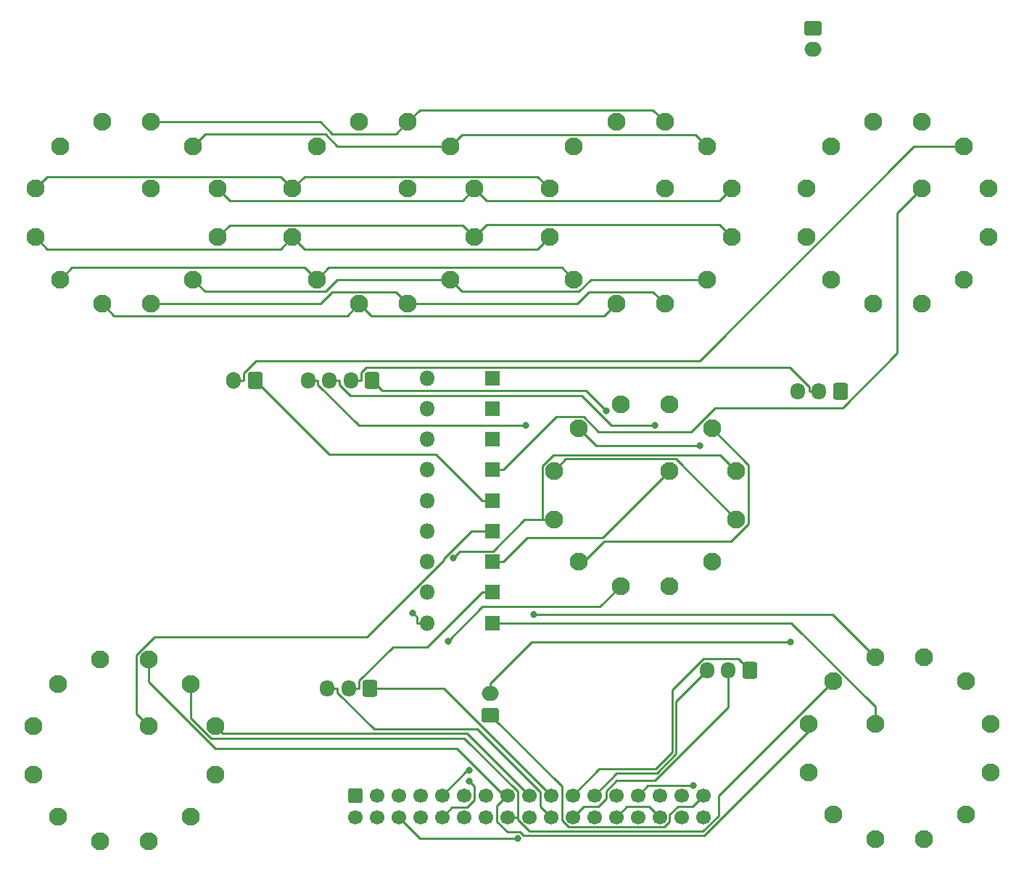
<source format=gbr>
%TF.GenerationSoftware,KiCad,Pcbnew,8.0.2-1*%
%TF.CreationDate,2024-08-11T12:55:08+10:00*%
%TF.ProjectId,VHF-AM-ROTARIES,5648462d-414d-42d5-924f-544152494553,rev?*%
%TF.SameCoordinates,Original*%
%TF.FileFunction,Copper,L1,Top*%
%TF.FilePolarity,Positive*%
%FSLAX46Y46*%
G04 Gerber Fmt 4.6, Leading zero omitted, Abs format (unit mm)*
G04 Created by KiCad (PCBNEW 8.0.2-1) date 2024-08-11 12:55:08*
%MOMM*%
%LPD*%
G01*
G04 APERTURE LIST*
G04 Aperture macros list*
%AMRoundRect*
0 Rectangle with rounded corners*
0 $1 Rounding radius*
0 $2 $3 $4 $5 $6 $7 $8 $9 X,Y pos of 4 corners*
0 Add a 4 corners polygon primitive as box body*
4,1,4,$2,$3,$4,$5,$6,$7,$8,$9,$2,$3,0*
0 Add four circle primitives for the rounded corners*
1,1,$1+$1,$2,$3*
1,1,$1+$1,$4,$5*
1,1,$1+$1,$6,$7*
1,1,$1+$1,$8,$9*
0 Add four rect primitives between the rounded corners*
20,1,$1+$1,$2,$3,$4,$5,0*
20,1,$1+$1,$4,$5,$6,$7,0*
20,1,$1+$1,$6,$7,$8,$9,0*
20,1,$1+$1,$8,$9,$2,$3,0*%
G04 Aperture macros list end*
%TA.AperFunction,ComponentPad*%
%ADD10RoundRect,0.250000X0.600000X0.725000X-0.600000X0.725000X-0.600000X-0.725000X0.600000X-0.725000X0*%
%TD*%
%TA.AperFunction,ComponentPad*%
%ADD11O,1.700000X1.950000*%
%TD*%
%TA.AperFunction,ComponentPad*%
%ADD12C,2.100000*%
%TD*%
%TA.AperFunction,ComponentPad*%
%ADD13R,1.800000X1.800000*%
%TD*%
%TA.AperFunction,ComponentPad*%
%ADD14O,1.800000X1.800000*%
%TD*%
%TA.AperFunction,ComponentPad*%
%ADD15RoundRect,0.250000X-0.750000X0.600000X-0.750000X-0.600000X0.750000X-0.600000X0.750000X0.600000X0*%
%TD*%
%TA.AperFunction,ComponentPad*%
%ADD16O,2.000000X1.700000*%
%TD*%
%TA.AperFunction,ComponentPad*%
%ADD17RoundRect,0.250000X0.750000X-0.600000X0.750000X0.600000X-0.750000X0.600000X-0.750000X-0.600000X0*%
%TD*%
%TA.AperFunction,ComponentPad*%
%ADD18RoundRect,0.250000X-0.600000X0.600000X-0.600000X-0.600000X0.600000X-0.600000X0.600000X0.600000X0*%
%TD*%
%TA.AperFunction,ComponentPad*%
%ADD19C,1.700000*%
%TD*%
%TA.AperFunction,ComponentPad*%
%ADD20RoundRect,0.250000X0.600000X0.750000X-0.600000X0.750000X-0.600000X-0.750000X0.600000X-0.750000X0*%
%TD*%
%TA.AperFunction,ComponentPad*%
%ADD21O,1.700000X2.000000*%
%TD*%
%TA.AperFunction,ViaPad*%
%ADD22C,0.800000*%
%TD*%
%TA.AperFunction,Conductor*%
%ADD23C,0.250000*%
%TD*%
G04 APERTURE END LIST*
D10*
%TO.P,SW7,1,A*%
%TO.N,ROW14*%
X111550000Y-116900000D03*
D11*
%TO.P,SW7,2,B*%
%TO.N,Net-(D4-K)*%
X109050000Y-116900000D03*
%TO.P,SW7,3,C*%
%TO.N,ROW15*%
X106550000Y-116900000D03*
%TD*%
D12*
%TO.P,J2,1,1*%
%TO.N,ROW10*%
X162725000Y-121031000D03*
%TO.P,J2,2,2*%
%TO.N,ROW11*%
X165572000Y-116100000D03*
%TO.P,J2,3,3*%
%TO.N,ROW12*%
X170503000Y-113253000D03*
%TO.P,J2,4,4*%
%TO.N,unconnected-(J2-Pad4)*%
X176197000Y-113253000D03*
%TO.P,J2,5,5*%
%TO.N,unconnected-(J2-Pad5)*%
X181128000Y-116100000D03*
%TO.P,J2,6,6*%
%TO.N,unconnected-(J2-Pad6)*%
X183975000Y-121031000D03*
%TO.P,J2,7,7*%
%TO.N,unconnected-(J2-Pad7)*%
X183975000Y-126725000D03*
%TO.P,J2,8,8*%
%TO.N,unconnected-(J2-Pad8)*%
X181128000Y-131656000D03*
%TO.P,J2,9,9*%
%TO.N,unconnected-(J2-Pad9)*%
X176197000Y-134503000D03*
%TO.P,J2,10,10*%
%TO.N,unconnected-(J2-Pad10)*%
X170503000Y-134503000D03*
%TO.P,J2,11,11*%
%TO.N,unconnected-(J2-Pad11)*%
X165572000Y-131656000D03*
%TO.P,J2,12,12*%
%TO.N,unconnected-(J2-Pad12)*%
X162725000Y-126725000D03*
%TO.P,J2,A1,A1*%
%TO.N,Net-(D2-K)*%
X170522000Y-121050000D03*
%TD*%
%TO.P,SW2,1,1*%
%TO.N,ROW0*%
X145947000Y-50722000D03*
%TO.P,SW2,2,2*%
%TO.N,ROW1*%
X150878000Y-53569000D03*
%TO.P,SW2,3,3*%
%TO.N,ROW2*%
X153725000Y-58500000D03*
%TO.P,SW2,4,4*%
%TO.N,ROW3*%
X153725000Y-64194000D03*
%TO.P,SW2,5,5*%
%TO.N,ROW4*%
X150878000Y-69125000D03*
%TO.P,SW2,6,6*%
%TO.N,ROW5*%
X145947000Y-71972000D03*
%TO.P,SW2,7,7*%
%TO.N,ROW6*%
X140253000Y-71972000D03*
%TO.P,SW2,8,8*%
%TO.N,ROW7*%
X135322000Y-69125000D03*
%TO.P,SW2,9,9*%
%TO.N,ROW8*%
X132475000Y-64194000D03*
%TO.P,SW2,10,10*%
%TO.N,ROW9*%
X132475000Y-58500000D03*
%TO.P,SW2,11,11*%
%TO.N,unconnected-(SW2-Pad11)*%
X135322000Y-53569000D03*
%TO.P,SW2,12,12*%
%TO.N,unconnected-(SW2-Pad12)*%
X140253000Y-50722000D03*
%TO.P,SW2,A1,A1*%
%TO.N,Net-(D7-K)*%
X145928000Y-58519000D03*
%TD*%
%TO.P,J9,1,1*%
%TO.N,ROW10*%
X85697000Y-113522000D03*
%TO.P,J9,2,2*%
%TO.N,ROW11*%
X90628000Y-116369000D03*
%TO.P,J9,3,3*%
%TO.N,ROW12*%
X93475000Y-121300000D03*
%TO.P,J9,4,4*%
%TO.N,ROW13*%
X93475000Y-126994000D03*
%TO.P,J9,5,5*%
%TO.N,unconnected-(J9-Pad5)*%
X90628000Y-131925000D03*
%TO.P,J9,6,6*%
%TO.N,unconnected-(J9-Pad6)*%
X85697000Y-134772000D03*
%TO.P,J9,7,7*%
%TO.N,unconnected-(J9-Pad7)*%
X80003000Y-134772000D03*
%TO.P,J9,8,8*%
%TO.N,unconnected-(J9-Pad8)*%
X75072000Y-131925000D03*
%TO.P,J9,9,9*%
%TO.N,unconnected-(J9-Pad9)*%
X72225000Y-126994000D03*
%TO.P,J9,10,10*%
%TO.N,unconnected-(J9-Pad10)*%
X72225000Y-121300000D03*
%TO.P,J9,11,11*%
%TO.N,unconnected-(J9-Pad11)*%
X75072000Y-116369000D03*
%TO.P,J9,12,12*%
%TO.N,unconnected-(J9-Pad12)*%
X80003000Y-113522000D03*
%TO.P,J9,A1,A1*%
%TO.N,Net-(D1-K)*%
X85678000Y-121319000D03*
%TD*%
%TO.P,SW5,1,1*%
%TO.N,ROW0*%
X85947000Y-50722000D03*
%TO.P,SW5,2,2*%
%TO.N,ROW1*%
X90878000Y-53569000D03*
%TO.P,SW5,3,3*%
%TO.N,ROW2*%
X93725000Y-58500000D03*
%TO.P,SW5,4,4*%
%TO.N,ROW3*%
X93725000Y-64194000D03*
%TO.P,SW5,5,5*%
%TO.N,ROW4*%
X90878000Y-69125000D03*
%TO.P,SW5,6,6*%
%TO.N,ROW5*%
X85947000Y-71972000D03*
%TO.P,SW5,7,7*%
%TO.N,ROW6*%
X80253000Y-71972000D03*
%TO.P,SW5,8,8*%
%TO.N,ROW7*%
X75322000Y-69125000D03*
%TO.P,SW5,9,9*%
%TO.N,ROW8*%
X72475000Y-64194000D03*
%TO.P,SW5,10,10*%
%TO.N,ROW9*%
X72475000Y-58500000D03*
%TO.P,SW5,11,11*%
%TO.N,ROW10*%
X75322000Y-53569000D03*
%TO.P,SW5,12,12*%
%TO.N,ROW11*%
X80253000Y-50722000D03*
%TO.P,SW5,A1,A1*%
%TO.N,Net-(D5-K)*%
X85928000Y-58519000D03*
%TD*%
%TO.P,SW3,1,1*%
%TO.N,ROW12*%
X175947000Y-50722000D03*
%TO.P,SW3,2,2*%
%TO.N,ROW13*%
X180878000Y-53569000D03*
%TO.P,SW3,3,3*%
%TO.N,ROW14*%
X183725000Y-58500000D03*
%TO.P,SW3,4,4*%
%TO.N,ROW15*%
X183725000Y-64194000D03*
%TO.P,SW3,5,5*%
%TO.N,unconnected-(SW3-Pad5)*%
X180878000Y-69125000D03*
%TO.P,SW3,6,6*%
%TO.N,unconnected-(SW3-Pad6)*%
X175947000Y-71972000D03*
%TO.P,SW3,7,7*%
%TO.N,unconnected-(SW3-Pad7)*%
X170253000Y-71972000D03*
%TO.P,SW3,8,8*%
%TO.N,unconnected-(SW3-Pad8)*%
X165322000Y-69125000D03*
%TO.P,SW3,9,9*%
%TO.N,unconnected-(SW3-Pad9)*%
X162475000Y-64194000D03*
%TO.P,SW3,10,10*%
%TO.N,unconnected-(SW3-Pad10)*%
X162475000Y-58500000D03*
%TO.P,SW3,11,11*%
%TO.N,unconnected-(SW3-Pad11)*%
X165322000Y-53569000D03*
%TO.P,SW3,12,12*%
%TO.N,unconnected-(SW3-Pad12)*%
X170253000Y-50722000D03*
%TO.P,SW3,A1,A1*%
%TO.N,Net-(D8-K)*%
X175928000Y-58519000D03*
%TD*%
%TO.P,SW1,1,1*%
%TO.N,ROW0*%
X115947000Y-50722000D03*
%TO.P,SW1,2,2*%
%TO.N,ROW1*%
X120878000Y-53569000D03*
%TO.P,SW1,3,3*%
%TO.N,ROW2*%
X123725000Y-58500000D03*
%TO.P,SW1,4,4*%
%TO.N,ROW3*%
X123725000Y-64194000D03*
%TO.P,SW1,5,5*%
%TO.N,ROW4*%
X120878000Y-69125000D03*
%TO.P,SW1,6,6*%
%TO.N,ROW5*%
X115947000Y-71972000D03*
%TO.P,SW1,7,7*%
%TO.N,ROW6*%
X110253000Y-71972000D03*
%TO.P,SW1,8,8*%
%TO.N,ROW7*%
X105322000Y-69125000D03*
%TO.P,SW1,9,9*%
%TO.N,ROW8*%
X102475000Y-64194000D03*
%TO.P,SW1,10,10*%
%TO.N,ROW9*%
X102475000Y-58500000D03*
%TO.P,SW1,11,11*%
%TO.N,unconnected-(SW1-Pad11)*%
X105322000Y-53569000D03*
%TO.P,SW1,12,12*%
%TO.N,unconnected-(SW1-Pad12)*%
X110253000Y-50722000D03*
%TO.P,SW1,A1,A1*%
%TO.N,Net-(D6-K)*%
X115928000Y-58519000D03*
%TD*%
%TO.P,SW4,1,1*%
%TO.N,ROW0*%
X146500000Y-83697000D03*
%TO.P,SW4,2,2*%
%TO.N,ROW1*%
X151431000Y-86544000D03*
%TO.P,SW4,3,3*%
%TO.N,ROW2*%
X154278000Y-91475000D03*
%TO.P,SW4,4,4*%
%TO.N,ROW3*%
X154278000Y-97169000D03*
%TO.P,SW4,5,5*%
%TO.N,ROW4*%
X151431000Y-102100000D03*
%TO.P,SW4,6,6*%
%TO.N,ROW5*%
X146500000Y-104947000D03*
%TO.P,SW4,7,7*%
%TO.N,ROW0*%
X140806000Y-104947000D03*
%TO.P,SW4,8,8*%
%TO.N,ROW1*%
X135875000Y-102100000D03*
%TO.P,SW4,9,9*%
%TO.N,ROW2*%
X133028000Y-97169000D03*
%TO.P,SW4,10,10*%
%TO.N,ROW3*%
X133028000Y-91475000D03*
%TO.P,SW4,11,11*%
%TO.N,ROW4*%
X135875000Y-86544000D03*
%TO.P,SW4,12,12*%
%TO.N,ROW5*%
X140806000Y-83697000D03*
%TO.P,SW4,A1,A1*%
%TO.N,Net-(D9-K)*%
X146481000Y-91494000D03*
%TD*%
D13*
%TO.P,D6,1,K*%
%TO.N,Net-(D6-K)*%
X125820000Y-80650000D03*
D14*
%TO.P,D6,2,A*%
%TO.N,COL1*%
X118200000Y-80650000D03*
%TD*%
D15*
%TO.P,J5,1,Pin_1*%
%TO.N,+12V*%
X163200000Y-39760000D03*
D16*
%TO.P,J5,2,Pin_2*%
%TO.N,BACKLIGHT_-V*%
X163200000Y-42260000D03*
%TD*%
D10*
%TO.P,RV1,1,1*%
%TO.N,ANALOG_5V*%
X155875000Y-114800000D03*
D11*
%TO.P,RV1,2,2*%
%TO.N,VHF_AM_VOL*%
X153375000Y-114800000D03*
%TO.P,RV1,3,3*%
%TO.N,ANALOG_GND*%
X150875000Y-114800000D03*
%TD*%
D13*
%TO.P,D4,1,K*%
%TO.N,Net-(D4-K)*%
X125820000Y-105675000D03*
D14*
%TO.P,D4,2,A*%
%TO.N,COL1*%
X118200000Y-105675000D03*
%TD*%
D13*
%TO.P,D7,1,K*%
%TO.N,Net-(D7-K)*%
X125820000Y-87800000D03*
D14*
%TO.P,D7,2,A*%
%TO.N,COL2*%
X118200000Y-87800000D03*
%TD*%
D13*
%TO.P,D9,1,K*%
%TO.N,Net-(D9-K)*%
X125820000Y-102100000D03*
D14*
%TO.P,D9,2,A*%
%TO.N,COL3*%
X118200000Y-102100000D03*
%TD*%
D10*
%TO.P,SW8,1,1*%
%TO.N,VHF_AM_PRESET_A*%
X166455000Y-82200000D03*
D11*
%TO.P,SW8,2,2*%
%TO.N,GND*%
X163955000Y-82200000D03*
%TO.P,SW8,3,3*%
%TO.N,VHF_AM_PRESET_B*%
X161455000Y-82200000D03*
%TD*%
D10*
%TO.P,J3,1,Pin_1*%
%TO.N,+5V*%
X111775000Y-80900000D03*
D11*
%TO.P,J3,2,Pin_2*%
%TO.N,GND*%
X109275000Y-80900000D03*
%TO.P,J3,3,Pin_3*%
%TO.N,VHF_AM_OLED_SC*%
X106775000Y-80900000D03*
%TO.P,J3,4,Pin_4*%
%TO.N,VHF_AM_OLED_SD*%
X104275000Y-80900000D03*
%TD*%
D13*
%TO.P,D2,1,K*%
%TO.N,Net-(D2-K)*%
X125820000Y-109250000D03*
D14*
%TO.P,D2,2,A*%
%TO.N,COL2*%
X118200000Y-109250000D03*
%TD*%
D17*
%TO.P,J4,1,Pin_1*%
%TO.N,+12V*%
X125600000Y-120000000D03*
D16*
%TO.P,J4,2,Pin_2*%
%TO.N,BACKLIGHT_-V*%
X125600000Y-117500000D03*
%TD*%
D13*
%TO.P,D8,1,K*%
%TO.N,Net-(D8-K)*%
X125820000Y-91375000D03*
D14*
%TO.P,D8,2,A*%
%TO.N,COL0*%
X118200000Y-91375000D03*
%TD*%
D13*
%TO.P,D1,1,K*%
%TO.N,Net-(D1-K)*%
X125820000Y-98525000D03*
D14*
%TO.P,D1,2,A*%
%TO.N,COL1*%
X118200000Y-98525000D03*
%TD*%
D13*
%TO.P,D5,1,K*%
%TO.N,Net-(D5-K)*%
X125820000Y-84225000D03*
D14*
%TO.P,D5,2,A*%
%TO.N,COL0*%
X118200000Y-84225000D03*
%TD*%
D13*
%TO.P,D3,1,K*%
%TO.N,Net-(D3-K)*%
X125820000Y-94950000D03*
D14*
%TO.P,D3,2,A*%
%TO.N,COL2*%
X118200000Y-94950000D03*
%TD*%
D18*
%TO.P,J1,1,Pin_1*%
%TO.N,COL0*%
X109775000Y-129400000D03*
D19*
%TO.P,J1,2,Pin_2*%
%TO.N,COL1*%
X109775000Y-131940000D03*
%TO.P,J1,3,Pin_3*%
%TO.N,COL2*%
X112315000Y-129400000D03*
%TO.P,J1,4,Pin_4*%
%TO.N,COL3*%
X112315000Y-131940000D03*
%TO.P,J1,5,Pin_5*%
%TO.N,ROW0*%
X114855000Y-129400000D03*
%TO.P,J1,6,Pin_6*%
%TO.N,ROW1*%
X114855000Y-131940000D03*
%TO.P,J1,7,Pin_7*%
%TO.N,ROW2*%
X117395000Y-129400000D03*
%TO.P,J1,8,Pin_8*%
%TO.N,ROW3*%
X117395000Y-131940000D03*
%TO.P,J1,9,Pin_9*%
%TO.N,ROW4*%
X119935000Y-129400000D03*
%TO.P,J1,10,Pin_10*%
%TO.N,ROW5*%
X119935000Y-131940000D03*
%TO.P,J1,11,Pin_11*%
%TO.N,ROW6*%
X122475000Y-129400000D03*
%TO.P,J1,12,Pin_12*%
%TO.N,ROW7*%
X122475000Y-131940000D03*
%TO.P,J1,13,Pin_13*%
%TO.N,ROW8*%
X125015000Y-129400000D03*
%TO.P,J1,14,Pin_14*%
%TO.N,ROW9*%
X125015000Y-131940000D03*
%TO.P,J1,15,Pin_15*%
%TO.N,ROW10*%
X127555000Y-129400000D03*
%TO.P,J1,16,Pin_16*%
%TO.N,ROW11*%
X127555000Y-131940000D03*
%TO.P,J1,17,Pin_17*%
%TO.N,ROW12*%
X130095000Y-129400000D03*
%TO.P,J1,18,Pin_18*%
%TO.N,ROW13*%
X130095000Y-131940000D03*
%TO.P,J1,19,Pin_19*%
%TO.N,ROW14*%
X132635000Y-129400000D03*
%TO.P,J1,20,Pin_20*%
%TO.N,ROW15*%
X132635000Y-131940000D03*
%TO.P,J1,21,Pin_21*%
%TO.N,ANALOG_5V*%
X135175000Y-129400000D03*
%TO.P,J1,22,Pin_22*%
%TO.N,VHF_AM_VOL*%
X135175000Y-131940000D03*
%TO.P,J1,23,Pin_23*%
%TO.N,ANALOG_GND*%
X137715000Y-129400000D03*
%TO.P,J1,24,Pin_24*%
%TO.N,unconnected-(J1-Pin_24-Pad24)*%
X137715000Y-131940000D03*
%TO.P,J1,25,Pin_25*%
%TO.N,VHF_AM_PRESET_A*%
X140255000Y-129400000D03*
%TO.P,J1,26,Pin_26*%
%TO.N,GND*%
X140255000Y-131940000D03*
%TO.P,J1,27,Pin_27*%
%TO.N,VHF_AM_PRESET_B*%
X142795000Y-129400000D03*
%TO.P,J1,28,Pin_28*%
%TO.N,unconnected-(J1-Pin_28-Pad28)*%
X142795000Y-131940000D03*
%TO.P,J1,29,Pin_29*%
%TO.N,+5V*%
X145335000Y-129400000D03*
%TO.P,J1,30,Pin_30*%
%TO.N,GND*%
X145335000Y-131940000D03*
%TO.P,J1,31,Pin_31*%
%TO.N,VHF_AM_OLED_SC*%
X147875000Y-129400000D03*
%TO.P,J1,32,Pin_32*%
%TO.N,VHF_AM_OLED_SD*%
X147875000Y-131940000D03*
%TO.P,J1,33,Pin_33*%
%TO.N,+12V*%
X150415000Y-129400000D03*
%TO.P,J1,34,Pin_34*%
%TO.N,BACKLIGHT_-V*%
X150415000Y-131940000D03*
%TD*%
D20*
%TO.P,SW6,1,1*%
%TO.N,Net-(D3-K)*%
X98100000Y-80925000D03*
D21*
%TO.P,SW6,2,2*%
%TO.N,ROW13*%
X95600000Y-80925000D03*
%TD*%
D22*
%TO.N,BACKLIGHT_-V*%
X160624000Y-111502300D03*
%TO.N,ROW4*%
X123149700Y-126516000D03*
X150036900Y-88576000D03*
%TO.N,ROW12*%
X130663300Y-108314200D03*
%TO.N,ROW2*%
X121215600Y-101686100D03*
%TO.N,ROW5*%
X123123700Y-127756900D03*
%TO.N,VHF_AM_PRESET_B*%
X149239100Y-128223300D03*
%TO.N,ROW1*%
X128770800Y-134416800D03*
%TO.N,ROW0*%
X120671400Y-111365400D03*
%TO.N,COL2*%
X116512400Y-108104000D03*
%TO.N,+5V*%
X139093900Y-84441200D03*
%TO.N,VHF_AM_OLED_SD*%
X129700100Y-86168000D03*
%TO.N,VHF_AM_OLED_SC*%
X144796200Y-86139500D03*
%TD*%
D23*
%TO.N,ANALOG_GND*%
X140333600Y-126781400D02*
X137715000Y-129400000D01*
X145038400Y-126781400D02*
X140333600Y-126781400D01*
X147249500Y-124570300D02*
X145038400Y-126781400D01*
X147249500Y-118425500D02*
X147249500Y-124570300D01*
X150875000Y-114800000D02*
X147249500Y-118425500D01*
%TO.N,+12V*%
X149145000Y-130670000D02*
X150415000Y-129400000D01*
X147480900Y-130670000D02*
X149145000Y-130670000D01*
X146511700Y-131639200D02*
X147480900Y-130670000D01*
X146511700Y-132484800D02*
X146511700Y-131639200D01*
X145873700Y-133122800D02*
X146511700Y-132484800D01*
X134689600Y-133122800D02*
X145873700Y-133122800D01*
X133905100Y-132338300D02*
X134689600Y-133122800D01*
X133905100Y-128305100D02*
X133905100Y-132338300D01*
X125600000Y-120000000D02*
X133905100Y-128305100D01*
%TO.N,ROW7*%
X103899100Y-67702100D02*
X105322000Y-69125000D01*
X76744900Y-67702100D02*
X103899100Y-67702100D01*
X75322000Y-69125000D02*
X76744900Y-67702100D01*
X106698700Y-67748300D02*
X105322000Y-69125000D01*
X133945300Y-67748300D02*
X106698700Y-67748300D01*
X135322000Y-69125000D02*
X133945300Y-67748300D01*
%TO.N,ROW10*%
X127351900Y-129603100D02*
X127555000Y-129400000D01*
X85697000Y-116119300D02*
X85697000Y-113522000D01*
X93486000Y-123908300D02*
X85697000Y-116119300D01*
X121657100Y-123908300D02*
X93486000Y-123908300D01*
X127351900Y-129603100D02*
X121657100Y-123908300D01*
X126364500Y-130590500D02*
X127351900Y-129603100D01*
X126364500Y-132467300D02*
X126364500Y-130590500D01*
X127587300Y-133690100D02*
X126364500Y-132467300D01*
X129074400Y-133690100D02*
X127587300Y-133690100D01*
X129492800Y-134108500D02*
X129074400Y-133690100D01*
X150553300Y-134108500D02*
X129492800Y-134108500D01*
X162725000Y-121936800D02*
X150553300Y-134108500D01*
X162725000Y-121031000D02*
X162725000Y-121936800D01*
%TO.N,ROW3*%
X125157100Y-62761900D02*
X123725000Y-64194000D01*
X152292900Y-62761900D02*
X125157100Y-62761900D01*
X153725000Y-64194000D02*
X152292900Y-62761900D01*
X95138000Y-62781000D02*
X93725000Y-64194000D01*
X122312000Y-62781000D02*
X95138000Y-62781000D01*
X123725000Y-64194000D02*
X122312000Y-62781000D01*
X147203100Y-90094100D02*
X154278000Y-97169000D01*
X134408900Y-90094100D02*
X147203100Y-90094100D01*
X133028000Y-91475000D02*
X134408900Y-90094100D01*
%TO.N,ROW6*%
X111635300Y-73354300D02*
X110253000Y-71972000D01*
X138870700Y-73354300D02*
X111635300Y-73354300D01*
X140253000Y-71972000D02*
X138870700Y-73354300D01*
X108876300Y-73348700D02*
X110253000Y-71972000D01*
X81629700Y-73348700D02*
X108876300Y-73348700D01*
X80253000Y-71972000D02*
X81629700Y-73348700D01*
%TO.N,BACKLIGHT_-V*%
X125600000Y-117500000D02*
X125600000Y-116323300D01*
X130421000Y-111502300D02*
X125600000Y-116323300D01*
X160624000Y-111502300D02*
X130421000Y-111502300D01*
%TO.N,ROW13*%
X96776700Y-80042500D02*
X96776700Y-80925000D01*
X98220700Y-78598500D02*
X96776700Y-80042500D01*
X150017600Y-78598500D02*
X98220700Y-78598500D01*
X175047100Y-53569000D02*
X150017600Y-78598500D01*
X180878000Y-53569000D02*
X175047100Y-53569000D01*
X95600000Y-80925000D02*
X96776700Y-80925000D01*
%TO.N,ANALOG_5V*%
X138245300Y-126329700D02*
X135175000Y-129400000D01*
X144851300Y-126329700D02*
X138245300Y-126329700D01*
X146797800Y-124383200D02*
X144851300Y-126329700D01*
X146797800Y-117061900D02*
X146797800Y-124383200D01*
X150421900Y-113437800D02*
X146797800Y-117061900D01*
X154512800Y-113437800D02*
X150421900Y-113437800D01*
X155875000Y-114800000D02*
X154512800Y-113437800D01*
%TO.N,ROW11*%
X127555000Y-131940000D02*
X128745600Y-131940000D01*
X152252900Y-129419100D02*
X165572000Y-116100000D01*
X152252900Y-131770000D02*
X152252900Y-129419100D01*
X150400200Y-133622700D02*
X152252900Y-131770000D01*
X130110800Y-133622700D02*
X150400200Y-133622700D01*
X128745600Y-132257500D02*
X130110800Y-133622700D01*
X128745600Y-131940000D02*
X128745600Y-132257500D01*
X90628000Y-120409800D02*
X90628000Y-116369000D01*
X92952700Y-122734500D02*
X90628000Y-120409800D01*
X122553700Y-122734500D02*
X92952700Y-122734500D01*
X128745600Y-128926400D02*
X122553700Y-122734500D01*
X128745600Y-131940000D02*
X128745600Y-128926400D01*
%TO.N,ROW4*%
X137293000Y-69125000D02*
X150878000Y-69125000D01*
X135895200Y-70522800D02*
X137293000Y-69125000D01*
X122275800Y-70522800D02*
X135895200Y-70522800D01*
X120878000Y-69125000D02*
X122275800Y-70522800D01*
X107714200Y-69125000D02*
X120878000Y-69125000D01*
X106303300Y-70535900D02*
X107714200Y-69125000D01*
X92288900Y-70535900D02*
X106303300Y-70535900D01*
X90878000Y-69125000D02*
X92288900Y-70535900D01*
X122819000Y-126516000D02*
X123149700Y-126516000D01*
X119935000Y-129400000D02*
X122819000Y-126516000D01*
X137907000Y-88576000D02*
X150036900Y-88576000D01*
X135875000Y-86544000D02*
X137907000Y-88576000D01*
%TO.N,VHF_AM_VOL*%
X136445000Y-130670000D02*
X135175000Y-131940000D01*
X138145900Y-130670000D02*
X136445000Y-130670000D01*
X139078300Y-129737600D02*
X138145900Y-130670000D01*
X139078300Y-128912000D02*
X139078300Y-129737600D01*
X140305500Y-127684800D02*
X139078300Y-128912000D01*
X144773800Y-127684800D02*
X140305500Y-127684800D01*
X153375000Y-119083600D02*
X144773800Y-127684800D01*
X153375000Y-114800000D02*
X153375000Y-119083600D01*
%TO.N,ROW9*%
X101090600Y-57115600D02*
X102475000Y-58500000D01*
X73859400Y-57115600D02*
X101090600Y-57115600D01*
X72475000Y-58500000D02*
X73859400Y-57115600D01*
X103851700Y-57123300D02*
X102475000Y-58500000D01*
X131098300Y-57123300D02*
X103851700Y-57123300D01*
X132475000Y-58500000D02*
X131098300Y-57123300D01*
%TO.N,Net-(D8-K)*%
X125820000Y-91375000D02*
X127046700Y-91375000D01*
X173100000Y-61347000D02*
X175928000Y-58519000D01*
X173100000Y-77698400D02*
X173100000Y-61347000D01*
X166674600Y-84123800D02*
X173100000Y-77698400D01*
X151788200Y-84123800D02*
X166674600Y-84123800D01*
X149014900Y-86897100D02*
X151788200Y-84123800D01*
X138201000Y-86897100D02*
X149014900Y-86897100D01*
X136455900Y-85152000D02*
X138201000Y-86897100D01*
X133269700Y-85152000D02*
X136455900Y-85152000D01*
X127046700Y-91375000D02*
X133269700Y-85152000D01*
%TO.N,ROW12*%
X165564200Y-108314200D02*
X170503000Y-113253000D01*
X130663300Y-108314200D02*
X165564200Y-108314200D01*
X122817800Y-122122800D02*
X130095000Y-129400000D01*
X94297800Y-122122800D02*
X122817800Y-122122800D01*
X93475000Y-121300000D02*
X94297800Y-122122800D01*
%TO.N,ROW2*%
X95138100Y-59913100D02*
X93725000Y-58500000D01*
X122311900Y-59913100D02*
X95138100Y-59913100D01*
X123725000Y-58500000D02*
X122311900Y-59913100D01*
X152303500Y-59921500D02*
X153725000Y-58500000D01*
X125146500Y-59921500D02*
X152303500Y-59921500D01*
X123725000Y-58500000D02*
X125146500Y-59921500D01*
X152435700Y-89632700D02*
X154278000Y-91475000D01*
X132896400Y-89632700D02*
X152435700Y-89632700D01*
X131650300Y-90878800D02*
X132896400Y-89632700D01*
X131650300Y-97169000D02*
X131650300Y-90878800D01*
X129573600Y-97169000D02*
X131650300Y-97169000D01*
X125869300Y-100873300D02*
X129573600Y-97169000D01*
X122028400Y-100873300D02*
X125869300Y-100873300D01*
X121215600Y-101686100D02*
X122028400Y-100873300D01*
X131650300Y-97169000D02*
X133028000Y-97169000D01*
%TO.N,ROW8*%
X131087000Y-65582000D02*
X132475000Y-64194000D01*
X103863000Y-65582000D02*
X131087000Y-65582000D01*
X102475000Y-64194000D02*
X103863000Y-65582000D01*
X101087000Y-65582000D02*
X102475000Y-64194000D01*
X73863000Y-65582000D02*
X101087000Y-65582000D01*
X72475000Y-64194000D02*
X73863000Y-65582000D01*
%TO.N,ROW5*%
X144554100Y-70579100D02*
X145947000Y-71972000D01*
X137111000Y-70579100D02*
X144554100Y-70579100D01*
X135718100Y-71972000D02*
X137111000Y-70579100D01*
X115947000Y-71972000D02*
X135718100Y-71972000D01*
X114567200Y-70592200D02*
X115947000Y-71972000D01*
X107111000Y-70592200D02*
X114567200Y-70592200D01*
X105731200Y-71972000D02*
X107111000Y-70592200D01*
X85947000Y-71972000D02*
X105731200Y-71972000D01*
X123668300Y-128301500D02*
X123123700Y-127756900D01*
X123668300Y-129923300D02*
X123668300Y-128301500D01*
X122828300Y-130763300D02*
X123668300Y-129923300D01*
X121111700Y-130763300D02*
X122828300Y-130763300D01*
X119935000Y-131940000D02*
X121111700Y-130763300D01*
%TO.N,ROW14*%
X120135000Y-116900000D02*
X111550000Y-116900000D01*
X132635000Y-129400000D02*
X120135000Y-116900000D01*
%TO.N,ROW15*%
X106550000Y-116900000D02*
X107726700Y-116900000D01*
X131365000Y-130670000D02*
X132635000Y-131940000D01*
X131365000Y-128988900D02*
X131365000Y-130670000D01*
X124047200Y-121671100D02*
X131365000Y-128988900D01*
X111983000Y-121671100D02*
X124047200Y-121671100D01*
X107726700Y-117414800D02*
X111983000Y-121671100D01*
X107726700Y-116900000D02*
X107726700Y-117414800D01*
%TO.N,VHF_AM_PRESET_B*%
X143971700Y-128223300D02*
X149239100Y-128223300D01*
X142795000Y-129400000D02*
X143971700Y-128223300D01*
%TO.N,ROW1*%
X149498200Y-52189200D02*
X150878000Y-53569000D01*
X122257800Y-52189200D02*
X149498200Y-52189200D01*
X120878000Y-53569000D02*
X122257800Y-52189200D01*
X107692700Y-53569000D02*
X120878000Y-53569000D01*
X106303300Y-52179600D02*
X107692700Y-53569000D01*
X92267400Y-52179600D02*
X106303300Y-52179600D01*
X90878000Y-53569000D02*
X92267400Y-52179600D01*
X155687100Y-90800100D02*
X151431000Y-86544000D01*
X155687100Y-97730300D02*
X155687100Y-90800100D01*
X153662200Y-99755200D02*
X155687100Y-97730300D01*
X138858600Y-99755200D02*
X153662200Y-99755200D01*
X136513800Y-102100000D02*
X138858600Y-99755200D01*
X135875000Y-102100000D02*
X136513800Y-102100000D01*
X117331800Y-134416800D02*
X128770800Y-134416800D01*
X114855000Y-131940000D02*
X117331800Y-134416800D01*
%TO.N,ROW0*%
X114545700Y-52123300D02*
X115947000Y-50722000D01*
X107111000Y-52123300D02*
X114545700Y-52123300D01*
X105709700Y-50722000D02*
X107111000Y-52123300D01*
X85947000Y-50722000D02*
X105709700Y-50722000D01*
X124658300Y-107378500D02*
X120671400Y-111365400D01*
X138374500Y-107378500D02*
X124658300Y-107378500D01*
X140806000Y-104947000D02*
X138374500Y-107378500D01*
X117342500Y-49326500D02*
X115947000Y-50722000D01*
X144551500Y-49326500D02*
X117342500Y-49326500D01*
X145947000Y-50722000D02*
X144551500Y-49326500D01*
%TO.N,GND*%
X141445600Y-130749400D02*
X140255000Y-131940000D01*
X144144400Y-130749400D02*
X141445600Y-130749400D01*
X145335000Y-131940000D02*
X144144400Y-130749400D01*
X162778300Y-81685200D02*
X162778300Y-82200000D01*
X160516400Y-79423300D02*
X162778300Y-81685200D01*
X111045900Y-79423300D02*
X160516400Y-79423300D01*
X110451700Y-80017500D02*
X111045900Y-79423300D01*
X110451700Y-80900000D02*
X110451700Y-80017500D01*
X109275000Y-80900000D02*
X110451700Y-80900000D01*
X163955000Y-82200000D02*
X162778300Y-82200000D01*
%TO.N,COL2*%
X118200000Y-109250000D02*
X116973300Y-109250000D01*
X116973300Y-108564900D02*
X116512400Y-108104000D01*
X116973300Y-109250000D02*
X116973300Y-108564900D01*
%TO.N,+5V*%
X136747000Y-82094300D02*
X139093900Y-84441200D01*
X112969300Y-82094300D02*
X136747000Y-82094300D01*
X111775000Y-80900000D02*
X112969300Y-82094300D01*
%TO.N,VHF_AM_OLED_SD*%
X104275000Y-80900000D02*
X105451700Y-80900000D01*
X110204900Y-86168000D02*
X129700100Y-86168000D01*
X105451700Y-81414800D02*
X110204900Y-86168000D01*
X105451700Y-80900000D02*
X105451700Y-81414800D01*
%TO.N,VHF_AM_OLED_SC*%
X107951700Y-81414800D02*
X107951700Y-80900000D01*
X109231100Y-82694200D02*
X107951700Y-81414800D01*
X136248600Y-82694200D02*
X109231100Y-82694200D01*
X139693900Y-86139500D02*
X136248600Y-82694200D01*
X144796200Y-86139500D02*
X139693900Y-86139500D01*
X106775000Y-80900000D02*
X107951700Y-80900000D01*
%TO.N,Net-(D9-K)*%
X125820000Y-102100000D02*
X127046700Y-102100000D01*
X138670000Y-99305000D02*
X146481000Y-91494000D01*
X129841700Y-99305000D02*
X138670000Y-99305000D01*
X127046700Y-102100000D02*
X129841700Y-99305000D01*
%TO.N,Net-(D4-K)*%
X125820000Y-105675000D02*
X124593300Y-105675000D01*
X109050000Y-116900000D02*
X110226700Y-116900000D01*
X110226700Y-116017500D02*
X110226700Y-116900000D01*
X114187000Y-112057200D02*
X110226700Y-116017500D01*
X118211100Y-112057200D02*
X114187000Y-112057200D01*
X124593300Y-105675000D02*
X118211100Y-112057200D01*
%TO.N,Net-(D3-K)*%
X125820000Y-94950000D02*
X124593300Y-94950000D01*
X119233500Y-89590200D02*
X124593300Y-94950000D01*
X106765200Y-89590200D02*
X119233500Y-89590200D01*
X98100000Y-80925000D02*
X106765200Y-89590200D01*
%TO.N,Net-(D2-K)*%
X170522000Y-119064000D02*
X170522000Y-121050000D01*
X160708000Y-109250000D02*
X170522000Y-119064000D01*
X125820000Y-109250000D02*
X160708000Y-109250000D01*
%TO.N,Net-(D1-K)*%
X84264000Y-119905000D02*
X85678000Y-121319000D01*
X84264000Y-112985100D02*
X84264000Y-119905000D01*
X86327700Y-110921400D02*
X84264000Y-112985100D01*
X111135600Y-110921400D02*
X86327700Y-110921400D01*
X120117800Y-101939200D02*
X111135600Y-110921400D01*
X120117800Y-101756300D02*
X120117800Y-101939200D01*
X123349100Y-98525000D02*
X120117800Y-101756300D01*
X125820000Y-98525000D02*
X123349100Y-98525000D01*
%TD*%
M02*

</source>
